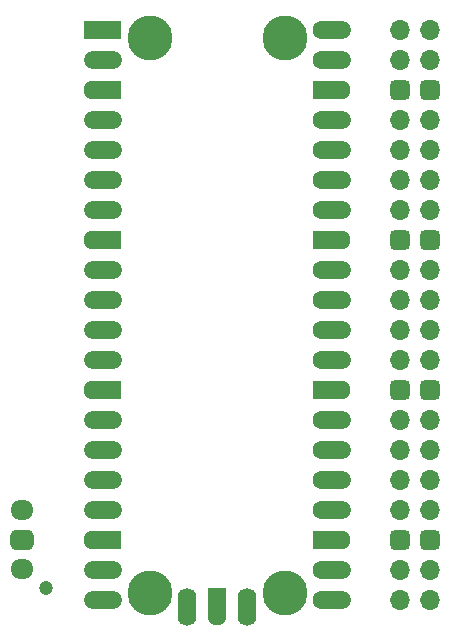
<source format=gbr>
%TF.GenerationSoftware,KiCad,Pcbnew,7.0.9*%
%TF.CreationDate,2024-01-10T08:51:34-08:00*%
%TF.ProjectId,rpi_adapter,7270695f-6164-4617-9074-65722e6b6963,rev?*%
%TF.SameCoordinates,PX82a7440PY660b0c0*%
%TF.FileFunction,Soldermask,Top*%
%TF.FilePolarity,Negative*%
%FSLAX46Y46*%
G04 Gerber Fmt 4.6, Leading zero omitted, Abs format (unit mm)*
G04 Created by KiCad (PCBNEW 7.0.9) date 2024-01-10 08:51:34*
%MOMM*%
%LPD*%
G01*
G04 APERTURE LIST*
G04 Aperture macros list*
%AMRoundRect*
0 Rectangle with rounded corners*
0 $1 Rounding radius*
0 $2 $3 $4 $5 $6 $7 $8 $9 X,Y pos of 4 corners*
0 Add a 4 corners polygon primitive as box body*
4,1,4,$2,$3,$4,$5,$6,$7,$8,$9,$2,$3,0*
0 Add four circle primitives for the rounded corners*
1,1,$1+$1,$2,$3*
1,1,$1+$1,$4,$5*
1,1,$1+$1,$6,$7*
1,1,$1+$1,$8,$9*
0 Add four rect primitives between the rounded corners*
20,1,$1+$1,$2,$3,$4,$5,0*
20,1,$1+$1,$4,$5,$6,$7,0*
20,1,$1+$1,$6,$7,$8,$9,0*
20,1,$1+$1,$8,$9,$2,$3,0*%
%AMFreePoly0*
4,1,28,0.178017,0.779942,0.347107,0.720775,0.498792,0.625465,0.625465,0.498792,0.720775,0.347107,0.779942,0.178017,0.800000,0.000000,0.779942,-0.178017,0.720775,-0.347107,0.625465,-0.498792,0.498792,-0.625465,0.347107,-0.720775,0.178017,-0.779942,0.000000,-0.800000,-2.200000,-0.800000,-2.205014,-0.794986,-2.244504,-0.794986,-2.324698,-0.756366,-2.380194,-0.686777,-2.400000,-0.600000,
-2.400000,0.600000,-2.380194,0.686777,-2.324698,0.756366,-2.244504,0.794986,-2.205014,0.794986,-2.200000,0.800000,0.000000,0.800000,0.178017,0.779942,0.178017,0.779942,$1*%
%AMFreePoly1*
4,1,28,0.605014,0.794986,0.644504,0.794986,0.724698,0.756366,0.780194,0.686777,0.800000,0.600000,0.800000,-0.600000,0.780194,-0.686777,0.724698,-0.756366,0.644504,-0.794986,0.605014,-0.794986,0.600000,-0.800000,0.000000,-0.800000,-0.178017,-0.779942,-0.347107,-0.720775,-0.498792,-0.625465,-0.625465,-0.498792,-0.720775,-0.347107,-0.779942,-0.178017,-0.800000,0.000000,-0.779942,0.178017,
-0.720775,0.347107,-0.625465,0.498792,-0.498792,0.625465,-0.347107,0.720775,-0.178017,0.779942,0.000000,0.800000,0.600000,0.800000,0.605014,0.794986,0.605014,0.794986,$1*%
%AMFreePoly2*
4,1,29,0.605014,0.794986,0.644504,0.794986,0.724698,0.756366,0.780194,0.686777,0.800000,0.600000,0.800000,-0.600000,0.780194,-0.686777,0.724698,-0.756366,0.644504,-0.794986,0.605014,-0.794986,0.600000,-0.800000,0.000000,-0.800000,-1.600000,-0.800000,-1.778017,-0.779942,-1.947107,-0.720775,-2.098792,-0.625465,-2.225465,-0.498792,-2.320775,-0.347107,-2.379942,-0.178017,-2.400000,0.000000,
-2.379942,0.178017,-2.320775,0.347107,-2.225465,0.498792,-2.098792,0.625465,-1.947107,0.720775,-1.778017,0.779942,-1.600000,0.800000,0.600000,0.800000,0.605014,0.794986,0.605014,0.794986,$1*%
%AMFreePoly3*
4,1,28,0.178017,0.779942,0.347107,0.720775,0.498792,0.625465,0.625465,0.498792,0.720775,0.347107,0.779942,0.178017,0.800000,0.000000,0.779942,-0.178017,0.720775,-0.347107,0.625465,-0.498792,0.498792,-0.625465,0.347107,-0.720775,0.178017,-0.779942,0.000000,-0.800000,-0.600000,-0.800000,-0.605014,-0.794986,-0.644504,-0.794986,-0.724698,-0.756366,-0.780194,-0.686777,-0.800000,-0.600000,
-0.800000,0.600000,-0.780194,0.686777,-0.724698,0.756366,-0.644504,0.794986,-0.605014,0.794986,-0.600000,0.800000,0.000000,0.800000,0.178017,0.779942,0.178017,0.779942,$1*%
%AMFreePoly4*
4,1,29,1.778017,0.779942,1.947107,0.720775,2.098792,0.625465,2.225465,0.498792,2.320775,0.347107,2.379942,0.178017,2.400000,0.000000,2.379942,-0.178017,2.320775,-0.347107,2.225465,-0.498792,2.098792,-0.625465,1.947107,-0.720775,1.778017,-0.779942,1.600000,-0.800000,0.000000,-0.800000,-0.600000,-0.800000,-0.605014,-0.794986,-0.644504,-0.794986,-0.724698,-0.756366,-0.780194,-0.686777,
-0.800000,-0.600000,-0.800000,0.600000,-0.780194,0.686777,-0.724698,0.756366,-0.644504,0.794986,-0.605014,0.794986,-0.600000,0.800000,1.600000,0.800000,1.778017,0.779942,1.778017,0.779942,$1*%
G04 Aperture macros list end*
%ADD10C,3.800000*%
%ADD11RoundRect,0.200000X-0.600000X-0.600000X0.600000X-0.600000X0.600000X0.600000X-0.600000X0.600000X0*%
%ADD12FreePoly0,0.000000*%
%ADD13C,1.600000*%
%ADD14RoundRect,0.800000X-0.800000X0.000000X0.800000X0.000000X0.800000X0.000000X-0.800000X0.000000X0*%
%ADD15FreePoly1,0.000000*%
%ADD16FreePoly2,0.000000*%
%ADD17FreePoly3,0.000000*%
%ADD18FreePoly4,0.000000*%
%ADD19RoundRect,0.800000X0.000000X-0.800000X0.000000X0.800000X0.000000X0.800000X0.000000X-0.800000X0*%
%ADD20FreePoly4,270.000000*%
%ADD21C,1.200000*%
%ADD22O,1.950000X1.700000*%
%ADD23RoundRect,0.425000X0.550000X-0.425000X0.550000X0.425000X-0.550000X0.425000X-0.550000X-0.425000X0*%
%ADD24O,1.700000X1.700000*%
%ADD25RoundRect,0.425000X0.425000X0.425000X-0.425000X0.425000X-0.425000X-0.425000X0.425000X-0.425000X0*%
G04 APERTURE END LIST*
D10*
%TO.C,U1*%
X-5700000Y23500000D03*
X-5700000Y-23500000D03*
X5700000Y23500000D03*
X5700000Y-23500000D03*
D11*
X-8890000Y24130000D03*
D12*
X-8890000Y24130000D03*
D13*
X-8890000Y21590000D03*
D14*
X-9690000Y21590000D03*
D15*
X-8890000Y19050000D03*
D16*
X-8890000Y19050000D03*
D13*
X-8890000Y16510000D03*
D14*
X-9690000Y16510000D03*
D13*
X-8890000Y13970000D03*
D14*
X-9690000Y13970000D03*
D13*
X-8890000Y11430000D03*
D14*
X-9690000Y11430000D03*
D13*
X-8890000Y8890000D03*
D14*
X-9690000Y8890000D03*
D15*
X-8890000Y6350000D03*
D16*
X-8890000Y6350000D03*
D13*
X-8890000Y3810000D03*
D14*
X-9690000Y3810000D03*
D13*
X-8890000Y1270000D03*
D14*
X-9690000Y1270000D03*
D13*
X-8890000Y-1270000D03*
D14*
X-9690000Y-1270000D03*
D13*
X-8890000Y-3810000D03*
D14*
X-9690000Y-3810000D03*
D15*
X-8890000Y-6350000D03*
D16*
X-8890000Y-6350000D03*
D13*
X-8890000Y-8890000D03*
D14*
X-9690000Y-8890000D03*
D13*
X-8890000Y-11430000D03*
D14*
X-9690000Y-11430000D03*
D13*
X-8890000Y-13970000D03*
D14*
X-9690000Y-13970000D03*
D13*
X-8890000Y-16510000D03*
D14*
X-9690000Y-16510000D03*
D15*
X-8890000Y-19050000D03*
D16*
X-8890000Y-19050000D03*
D13*
X-8890000Y-21590000D03*
D14*
X-9690000Y-21590000D03*
D13*
X-8890000Y-24130000D03*
D14*
X-9690000Y-24130000D03*
D13*
X8890000Y-24130000D03*
D14*
X9690000Y-24130000D03*
D13*
X8890000Y-21590000D03*
D14*
X9690000Y-21590000D03*
D17*
X8890000Y-19050000D03*
D18*
X8890000Y-19050000D03*
D13*
X8890000Y-16510000D03*
D14*
X9690000Y-16510000D03*
D13*
X8890000Y-13970000D03*
D14*
X9690000Y-13970000D03*
D13*
X8890000Y-11430000D03*
D14*
X9690000Y-11430000D03*
D13*
X8890000Y-8890000D03*
D14*
X9690000Y-8890000D03*
D17*
X8890000Y-6350000D03*
D18*
X8890000Y-6350000D03*
D13*
X8890000Y-3810000D03*
D14*
X9690000Y-3810000D03*
D13*
X8890000Y-1270000D03*
D14*
X9690000Y-1270000D03*
D13*
X8890000Y1270000D03*
D14*
X9690000Y1270000D03*
D13*
X8890000Y3810000D03*
D14*
X9690000Y3810000D03*
D17*
X8890000Y6350000D03*
D18*
X8890000Y6350000D03*
D13*
X8890000Y8890000D03*
D14*
X9690000Y8890000D03*
D13*
X8890000Y11430000D03*
D14*
X9690000Y11430000D03*
D13*
X8890000Y13970000D03*
D14*
X9690000Y13970000D03*
D13*
X8890000Y16510000D03*
D14*
X9690000Y16510000D03*
D17*
X8890000Y19050000D03*
D18*
X8890000Y19050000D03*
D13*
X8890000Y21590000D03*
D14*
X9690000Y21590000D03*
D13*
X8890000Y24130000D03*
D14*
X9690000Y24130000D03*
D19*
X-2540000Y-24700000D03*
D20*
X0Y-23900000D03*
D19*
X2540000Y-24700000D03*
%TD*%
D21*
%TO.C,J2*%
X-14525000Y-23100000D03*
D22*
X-16525000Y-21500000D03*
D23*
X-16525000Y-19000000D03*
D22*
X-16525000Y-16500000D03*
%TD*%
D24*
%TO.C,J1*%
X18000000Y24130000D03*
X18000000Y21590000D03*
D25*
X18000000Y19050000D03*
D24*
X18000000Y16510000D03*
X18000000Y13970000D03*
X18000000Y11430000D03*
X18000000Y8890000D03*
D25*
X18000000Y6350000D03*
D24*
X18000000Y3810000D03*
X18000000Y1270000D03*
X18000000Y-1270000D03*
X18000000Y-3810000D03*
D25*
X18000000Y-6350000D03*
D24*
X18000000Y-8890000D03*
X18000000Y-11430000D03*
X18000000Y-13970000D03*
X18000000Y-16510000D03*
D25*
X18000000Y-19050000D03*
D24*
X18000000Y-21590000D03*
X18000000Y-24130000D03*
X15460000Y-24130000D03*
X15460000Y-21590000D03*
D25*
X15460000Y-19050000D03*
D24*
X15460000Y-16510000D03*
X15460000Y-13970000D03*
X15460000Y-11430000D03*
X15460000Y-8890000D03*
D25*
X15460000Y-6350000D03*
D24*
X15460000Y-3810000D03*
X15460000Y-1270000D03*
X15460000Y1270000D03*
X15460000Y3810000D03*
D25*
X15460000Y6350000D03*
D24*
X15460000Y8890000D03*
X15460000Y11430000D03*
X15460000Y13970000D03*
X15460000Y16510000D03*
D25*
X15460000Y19050000D03*
D24*
X15460000Y21590000D03*
X15460000Y24130000D03*
%TD*%
M02*

</source>
